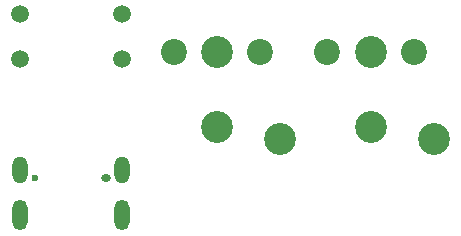
<source format=gbr>
%TF.GenerationSoftware,KiCad,Pcbnew,7.0.9*%
%TF.CreationDate,2024-01-10T16:41:44+00:00*%
%TF.ProjectId,ds_lite_tv_out_tv_side,64735f6c-6974-4655-9f74-765f6f75745f,rev?*%
%TF.SameCoordinates,Original*%
%TF.FileFunction,Soldermask,Bot*%
%TF.FilePolarity,Negative*%
%FSLAX46Y46*%
G04 Gerber Fmt 4.6, Leading zero omitted, Abs format (unit mm)*
G04 Created by KiCad (PCBNEW 7.0.9) date 2024-01-10 16:41:44*
%MOMM*%
%LPD*%
G01*
G04 APERTURE LIST*
%ADD10C,2.700000*%
%ADD11C,2.200000*%
%ADD12C,0.600000*%
%ADD13O,0.850000X0.600000*%
%ADD14O,1.300000X2.300000*%
%ADD15O,1.300000X2.600000*%
%ADD16C,1.500000*%
G04 APERTURE END LIST*
D10*
%TO.C,J1*%
X156410000Y-95820000D03*
X151030000Y-88450000D03*
D11*
X147380000Y-88450000D03*
D10*
X151030000Y-94800000D03*
D11*
X154680000Y-88450000D03*
%TD*%
D12*
%TO.C,P1*%
X135670000Y-99140000D03*
D13*
X141670000Y-99140000D03*
D14*
X134350000Y-98415000D03*
D15*
X134350000Y-102240000D03*
D14*
X142990000Y-98415000D03*
D15*
X142990000Y-102240000D03*
%TD*%
D10*
%TO.C,J2*%
X169430000Y-95820000D03*
X164050000Y-88450000D03*
D11*
X160400000Y-88450000D03*
D10*
X164050000Y-94800000D03*
D11*
X167700000Y-88450000D03*
%TD*%
D16*
%TO.C,U1*%
X134354000Y-85240000D03*
X134354000Y-89037300D03*
X142990000Y-85240000D03*
X142990000Y-89037300D03*
%TD*%
M02*

</source>
